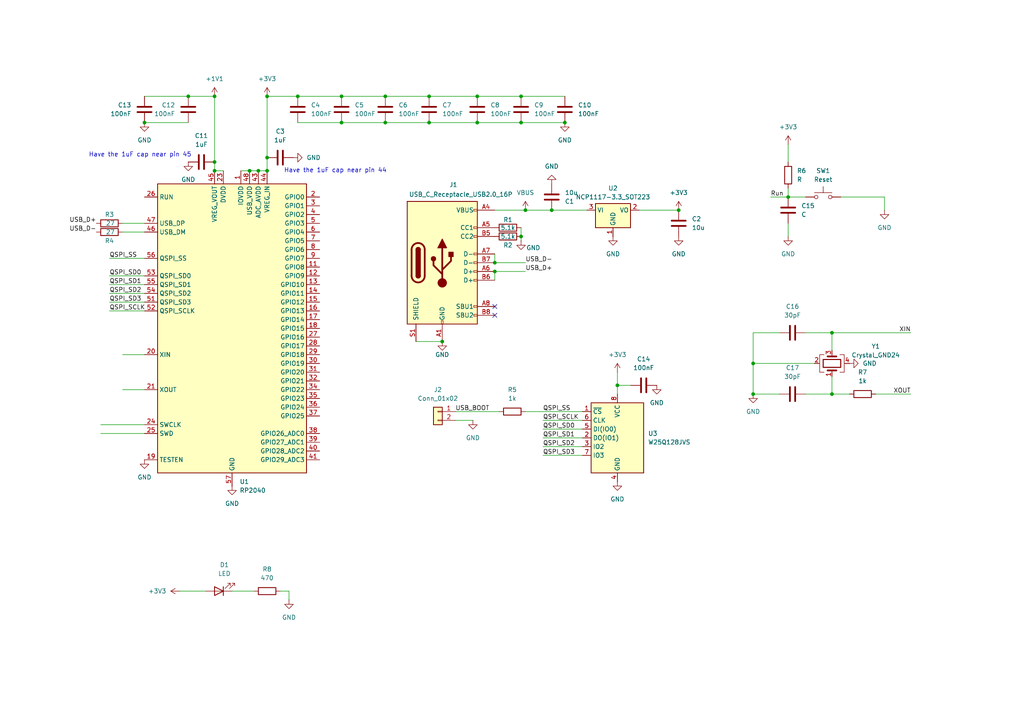
<source format=kicad_sch>
(kicad_sch (version 20231120) (generator "eeschema") (generator_version "8.0")
  (paper "A4")
  (lib_symbols
    (symbol "Connector:USB_C_Receptacle_USB2.0_16P" (pin_names (offset 1.016))
      (property "Reference" "J" (at 0 22.225 0))
      (property "Value" "USB_C_Receptacle_USB2.0_16P" (at 0 19.685 0))
      (symbol "USB_C_Receptacle_USB2.0_16P_0_0"
        (rectangle (start -0.254 -17.78) (end 0.254 -16.764))
        (rectangle (start 10.16 -14.986) (end 9.144 -15.494))
        (rectangle (start 10.16 -12.446) (end 9.144 -12.954))
        (rectangle (start 10.16 -4.826) (end 9.144 -5.334))
        (rectangle (start 10.16 -2.286) (end 9.144 -2.794))
        (rectangle (start 10.16 0.254) (end 9.144 -0.254))
        (rectangle (start 10.16 2.794) (end 9.144 2.286))
        (rectangle (start 10.16 7.874) (end 9.144 7.366))
        (rectangle (start 10.16 10.414) (end 9.144 9.906))
        (rectangle (start 10.16 15.494) (end 9.144 14.986))
      )
      (symbol "USB_C_Receptacle_USB2.0_16P_0_1"
        (rectangle (start -10.16 17.78) (end 10.16 -17.78) (stroke (width 0.254)) (fill (type background)))
        (arc (start -8.89 -3.81) (mid -6.985 -5.7067) (end -5.08 -3.81) (stroke (width 0.508)))
        (arc (start -7.62 -3.81) (mid -6.985 -4.4423) (end -6.35 -3.81) (stroke (width 0.254)))
        (arc (start -7.62 -3.81) (mid -6.985 -4.4423) (end -6.35 -3.81) (stroke (width 0.254)) (fill (type outline)))
        (rectangle (start -7.62 -3.81) (end -6.35 3.81) (stroke (width 0.254)) (fill (type outline)))
        (arc (start -6.35 3.81) (mid -6.985 4.4423) (end -7.62 3.81) (stroke (width 0.254)))
        (arc (start -6.35 3.81) (mid -6.985 4.4423) (end -7.62 3.81) (stroke (width 0.254)) (fill (type outline)))
        (arc (start -5.08 3.81) (mid -6.985 5.7067) (end -8.89 3.81) (stroke (width 0.508)))
        (circle (center -2.54 1.143) (radius 0.635) (stroke (width 0.254)) (fill (type outline)))
        (circle (center 0 -5.842) (radius 1.27) (fill (type outline)))
        (polyline (pts (xy -8.89 -3.81) (xy -8.89 3.81)) (stroke (width 0.508)))
        (polyline (pts (xy -5.08 3.81) (xy -5.08 -3.81)) (stroke (width 0.508)))
        (polyline (pts (xy 0 -5.842) (xy 0 4.318)) (stroke (width 0.508)))
        (polyline (pts (xy 0 -3.302) (xy -2.54 -0.762) (xy -2.54 0.508)) (stroke (width 0.508)))
        (polyline (pts (xy 0 -2.032) (xy 2.54 0.508) (xy 2.54 1.778)) (stroke (width 0.508)))
        (polyline (pts (xy -1.27 4.318) (xy 0 6.858) (xy 1.27 4.318) (xy -1.27 4.318)) (stroke (width 0.254)) (fill (type outline)))
        (rectangle (start 1.905 1.778) (end 3.175 3.048) (stroke (width 0.254)) (fill (type outline)))
      )
      (symbol "USB_C_Receptacle_USB2.0_16P_1_1"
        (pin passive line (at 0 -22.86 90) (length 5.08) (name "GND") (number "A1"))
        (pin passive line (at 0 -22.86 90) (length 5.08) hide (name "GND") (number "A12"))
        (pin passive line (at 15.24 15.24 180) (length 5.08) (name "VBUS") (number "A4"))
        (pin bidirectional line (at 15.24 10.16 180) (length 5.08) (name "CC1") (number "A5"))
        (pin bidirectional line (at 15.24 -2.54 180) (length 5.08) (name "D+") (number "A6"))
        (pin bidirectional line (at 15.24 2.54 180) (length 5.08) (name "D-") (number "A7"))
        (pin bidirectional line (at 15.24 -12.7 180) (length 5.08) (name "SBU1") (number "A8"))
        (pin passive line (at 15.24 15.24 180) (length 5.08) hide (name "VBUS") (number "A9"))
        (pin passive line (at 0 -22.86 90) (length 5.08) hide (name "GND") (number "B1"))
        (pin passive line (at 0 -22.86 90) (length 5.08) hide (name "GND") (number "B12"))
        (pin passive line (at 15.24 15.24 180) (length 5.08) hide (name "VBUS") (number "B4"))
        (pin bidirectional line (at 15.24 7.62 180) (length 5.08) (name "CC2") (number "B5"))
        (pin bidirectional line (at 15.24 -5.08 180) (length 5.08) (name "D+") (number "B6"))
        (pin bidirectional line (at 15.24 0 180) (length 5.08) (name "D-") (number "B7"))
        (pin bidirectional line (at 15.24 -15.24 180) (length 5.08) (name "SBU2") (number "B8"))
        (pin passive line (at 15.24 15.24 180) (length 5.08) hide (name "VBUS") (number "B9"))
        (pin passive line (at -7.62 -22.86 90) (length 5.08) (name "SHIELD") (number "S1"))
      )
    )
    (symbol "Connector_Generic:Conn_01x02" (pin_names (offset 1.016) hide)
      (property "Reference" "J" (at 0 2.54 0))
      (property "Value" "Conn_01x02" (at 0 -5.08 0))
      (symbol "Conn_01x02_1_1"
        (rectangle (start -1.27 -2.413) (end 0 -2.667) (stroke (width 0.1524)))
        (rectangle (start -1.27 0.127) (end 0 -0.127) (stroke (width 0.1524)))
        (rectangle (start -1.27 1.27) (end 1.27 -3.81) (stroke (width 0.254)) (fill (type background)))
        (pin passive line (at -5.08 0 0) (length 3.81) (name "Pin_1") (number "1"))
        (pin passive line (at -5.08 -2.54 0) (length 3.81) (name "Pin_2") (number "2"))
      )
    )
    (symbol "Device:C" (pin_numbers hide) (pin_names (offset 0.254))
      (property "Reference" "C" (at 0.635 2.54 0))
      (property "Value" "C" (at 0.635 -2.54 0))
      (symbol "C_0_1"
        (polyline (pts (xy -2.032 -0.762) (xy 2.032 -0.762)) (stroke (width 0.508)))
        (polyline (pts (xy -2.032 0.762) (xy 2.032 0.762)) (stroke (width 0.508)))
      )
      (symbol "C_1_1"
        (pin passive line (at 0 3.81 270) (length 2.794) (name "~") (number "1"))
        (pin passive line (at 0 -3.81 90) (length 2.794) (name "~") (number "2"))
      )
    )
    (symbol "Device:Crystal_GND24" (pin_names (offset 1.016) hide)
      (property "Reference" "Y" (at 3.175 5.08 0))
      (property "Value" "Crystal_GND24" (at 3.175 3.175 0))
      (symbol "Crystal_GND24_0_1"
        (rectangle (start -1.143 2.54) (end 1.143 -2.54) (stroke (width 0.3048)))
        (polyline (pts (xy -2.54 0) (xy -2.032 0)))
        (polyline (pts (xy -2.032 -1.27) (xy -2.032 1.27)) (stroke (width 0.508)))
        (polyline (pts (xy 0 -3.81) (xy 0 -3.556)))
        (polyline (pts (xy 0 3.556) (xy 0 3.81)))
        (polyline (pts (xy 2.032 -1.27) (xy 2.032 1.27)) (stroke (width 0.508)))
        (polyline (pts (xy 2.032 0) (xy 2.54 0)))
        (polyline (pts (xy -2.54 -2.286) (xy -2.54 -3.556) (xy 2.54 -3.556) (xy 2.54 -2.286)))
        (polyline (pts (xy -2.54 2.286) (xy -2.54 3.556) (xy 2.54 3.556) (xy 2.54 2.286)))
      )
      (symbol "Crystal_GND24_1_1"
        (pin passive line (at -3.81 0 0) (length 1.27) (name "1") (number "1"))
        (pin passive line (at 0 5.08 270) (length 1.27) (name "2") (number "2"))
        (pin passive line (at 3.81 0 180) (length 1.27) (name "3") (number "3"))
        (pin passive line (at 0 -5.08 90) (length 1.27) (name "4") (number "4"))
      )
    )
    (symbol "Device:LED" (pin_numbers hide) (pin_names (offset 1.016) hide)
      (property "Reference" "D" (at 0 2.54 0))
      (property "Value" "LED" (at 0 -2.54 0))
      (symbol "LED_0_1"
        (polyline (pts (xy -1.27 -1.27) (xy -1.27 1.27)) (stroke (width 0.254)))
        (polyline (pts (xy -1.27 0) (xy 1.27 0)))
        (polyline (pts (xy 1.27 -1.27) (xy 1.27 1.27) (xy -1.27 0) (xy 1.27 -1.27)) (stroke (width 0.254)))
        (polyline (pts (xy -3.048 -0.762) (xy -4.572 -2.286) (xy -3.81 -2.286) (xy -4.572 -2.286) (xy -4.572 -1.524)))
        (polyline (pts (xy -1.778 -0.762) (xy -3.302 -2.286) (xy -2.54 -2.286) (xy -3.302 -2.286) (xy -3.302 -1.524)))
      )
      (symbol "LED_1_1"
        (pin passive line (at -3.81 0 0) (length 2.54) (name "K") (number "1"))
        (pin passive line (at 3.81 0 180) (length 2.54) (name "A") (number "2"))
      )
    )
    (symbol "Device:R" (pin_numbers hide) (pin_names (offset 0))
      (property "Reference" "R" (at 2.032 0 90))
      (property "Value" "R" (at 0 0 90))
      (symbol "R_0_1"
        (rectangle (start -1.016 -2.54) (end 1.016 2.54) (stroke (width 0.254)))
      )
      (symbol "R_1_1"
        (pin passive line (at 0 3.81 270) (length 1.27) (name "~") (number "1"))
        (pin passive line (at 0 -3.81 90) (length 1.27) (name "~") (number "2"))
      )
    )
    (symbol "MCU_RaspberryPi:RP2040"
      (property "Reference" "U" (at 17.78 45.72 0))
      (property "Value" "RP2040" (at 17.78 43.18 0))
      (symbol "RP2040_0_1"
        (rectangle (start -21.59 41.91) (end 21.59 -41.91) (stroke (width 0.254)) (fill (type background)))
      )
      (symbol "RP2040_1_1"
        (pin power_in line (at 2.54 45.72 270) (length 3.81) (name "IOVDD") (number "1"))
        (pin passive line (at 2.54 45.72 270) (length 3.81) hide (name "IOVDD") (number "10"))
        (pin bidirectional line (at 25.4 17.78 180) (length 3.81) (name "GPIO8") (number "11"))
        (pin bidirectional line (at 25.4 15.24 180) (length 3.81) (name "GPIO9") (number "12"))
        (pin bidirectional line (at 25.4 12.7 180) (length 3.81) (name "GPIO10") (number "13"))
        (pin bidirectional line (at 25.4 10.16 180) (length 3.81) (name "GPIO11") (number "14"))
        (pin bidirectional line (at 25.4 7.62 180) (length 3.81) (name "GPIO12") (number "15"))
        (pin bidirectional line (at 25.4 5.08 180) (length 3.81) (name "GPIO13") (number "16"))
        (pin bidirectional line (at 25.4 2.54 180) (length 3.81) (name "GPIO14") (number "17"))
        (pin bidirectional line (at 25.4 0 180) (length 3.81) (name "GPIO15") (number "18"))
        (pin input line (at -25.4 -38.1 0) (length 3.81) (name "TESTEN") (number "19"))
        (pin bidirectional line (at 25.4 38.1 180) (length 3.81) (name "GPIO0") (number "2"))
        (pin input line (at -25.4 -7.62 0) (length 3.81) (name "XIN") (number "20"))
        (pin passive line (at -25.4 -17.78 0) (length 3.81) (name "XOUT") (number "21"))
        (pin passive line (at 2.54 45.72 270) (length 3.81) hide (name "IOVDD") (number "22"))
        (pin power_in line (at -2.54 45.72 270) (length 3.81) (name "DVDD") (number "23"))
        (pin input line (at -25.4 -27.94 0) (length 3.81) (name "SWCLK") (number "24"))
        (pin bidirectional line (at -25.4 -30.48 0) (length 3.81) (name "SWD") (number "25"))
        (pin input line (at -25.4 38.1 0) (length 3.81) (name "RUN") (number "26"))
        (pin bidirectional line (at 25.4 -2.54 180) (length 3.81) (name "GPIO16") (number "27"))
        (pin bidirectional line (at 25.4 -5.08 180) (length 3.81) (name "GPIO17") (number "28"))
        (pin bidirectional line (at 25.4 -7.62 180) (length 3.81) (name "GPIO18") (number "29"))
        (pin bidirectional line (at 25.4 35.56 180) (length 3.81) (name "GPIO1") (number "3"))
        (pin bidirectional line (at 25.4 -10.16 180) (length 3.81) (name "GPIO19") (number "30"))
        (pin bidirectional line (at 25.4 -12.7 180) (length 3.81) (name "GPIO20") (number "31"))
        (pin bidirectional line (at 25.4 -15.24 180) (length 3.81) (name "GPIO21") (number "32"))
        (pin passive line (at 2.54 45.72 270) (length 3.81) hide (name "IOVDD") (number "33"))
        (pin bidirectional line (at 25.4 -17.78 180) (length 3.81) (name "GPIO22") (number "34"))
        (pin bidirectional line (at 25.4 -20.32 180) (length 3.81) (name "GPIO23") (number "35"))
        (pin bidirectional line (at 25.4 -22.86 180) (length 3.81) (name "GPIO24") (number "36"))
        (pin bidirectional line (at 25.4 -25.4 180) (length 3.81) (name "GPIO25") (number "37"))
        (pin bidirectional line (at 25.4 -30.48 180) (length 3.81) (name "GPIO26_ADC0") (number "38"))
        (pin bidirectional line (at 25.4 -33.02 180) (length 3.81) (name "GPIO27_ADC1") (number "39"))
        (pin bidirectional line (at 25.4 33.02 180) (length 3.81) (name "GPIO2") (number "4"))
        (pin bidirectional line (at 25.4 -35.56 180) (length 3.81) (name "GPIO28_ADC2") (number "40"))
        (pin bidirectional line (at 25.4 -38.1 180) (length 3.81) (name "GPIO29_ADC3") (number "41"))
        (pin passive line (at 2.54 45.72 270) (length 3.81) hide (name "IOVDD") (number "42"))
        (pin power_in line (at 7.62 45.72 270) (length 3.81) (name "ADC_AVDD") (number "43"))
        (pin power_in line (at 10.16 45.72 270) (length 3.81) (name "VREG_IN") (number "44"))
        (pin power_out line (at -5.08 45.72 270) (length 3.81) (name "VREG_VOUT") (number "45"))
        (pin bidirectional line (at -25.4 27.94 0) (length 3.81) (name "USB_DM") (number "46"))
        (pin bidirectional line (at -25.4 30.48 0) (length 3.81) (name "USB_DP") (number "47"))
        (pin power_in line (at 5.08 45.72 270) (length 3.81) (name "USB_VDD") (number "48"))
        (pin passive line (at 2.54 45.72 270) (length 3.81) hide (name "IOVDD") (number "49"))
        (pin bidirectional line (at 25.4 30.48 180) (length 3.81) (name "GPIO3") (number "5"))
        (pin passive line (at -2.54 45.72 270) (length 3.81) hide (name "DVDD") (number "50"))
        (pin bidirectional line (at -25.4 7.62 0) (length 3.81) (name "QSPI_SD3") (number "51"))
        (pin output line (at -25.4 5.08 0) (length 3.81) (name "QSPI_SCLK") (number "52"))
        (pin bidirectional line (at -25.4 15.24 0) (length 3.81) (name "QSPI_SD0") (number "53"))
        (pin bidirectional line (at -25.4 10.16 0) (length 3.81) (name "QSPI_SD2") (number "54"))
        (pin bidirectional line (at -25.4 12.7 0) (length 3.81) (name "QSPI_SD1") (number "55"))
        (pin bidirectional line (at -25.4 20.32 0) (length 3.81) (name "QSPI_SS") (number "56"))
        (pin power_in line (at 0 -45.72 90) (length 3.81) (name "GND") (number "57"))
        (pin bidirectional line (at 25.4 27.94 180) (length 3.81) (name "GPIO4") (number "6"))
        (pin bidirectional line (at 25.4 25.4 180) (length 3.81) (name "GPIO5") (number "7"))
        (pin bidirectional line (at 25.4 22.86 180) (length 3.81) (name "GPIO6") (number "8"))
        (pin bidirectional line (at 25.4 20.32 180) (length 3.81) (name "GPIO7") (number "9"))
      )
    )
    (symbol "Memory_Flash:W25Q128JVS"
      (property "Reference" "U" (at -6.35 11.43 0))
      (property "Value" "W25Q128JVS" (at 7.62 11.43 0))
      (symbol "W25Q128JVS_0_1"
        (rectangle (start -7.62 10.16) (end 7.62 -10.16) (stroke (width 0.254)) (fill (type background)))
      )
      (symbol "W25Q128JVS_1_1"
        (pin input line (at -10.16 7.62 0) (length 2.54) (name "~{CS}") (number "1"))
        (pin bidirectional line (at -10.16 0 0) (length 2.54) (name "DO(IO1)") (number "2"))
        (pin bidirectional line (at -10.16 -2.54 0) (length 2.54) (name "IO2") (number "3"))
        (pin power_in line (at 0 -12.7 90) (length 2.54) (name "GND") (number "4"))
        (pin bidirectional line (at -10.16 2.54 0) (length 2.54) (name "DI(IO0)") (number "5"))
        (pin input line (at -10.16 5.08 0) (length 2.54) (name "CLK") (number "6"))
        (pin bidirectional line (at -10.16 -5.08 0) (length 2.54) (name "IO3") (number "7"))
        (pin power_in line (at 0 12.7 270) (length 2.54) (name "VCC") (number "8"))
      )
    )
    (symbol "Regulator_Linear:NCP1117-3.3_SOT223"
      (property "Reference" "U" (at -3.81 3.175 0))
      (property "Value" "NCP1117-3.3_SOT223" (at 0 3.175 0))
      (symbol "NCP1117-3.3_SOT223_0_1"
        (rectangle (start -5.08 -5.08) (end 5.08 1.905) (stroke (width 0.254)) (fill (type background)))
      )
      (symbol "NCP1117-3.3_SOT223_1_1"
        (pin power_in line (at 0 -7.62 90) (length 2.54) (name "GND") (number "1"))
        (pin power_out line (at 7.62 0 180) (length 2.54) (name "VO") (number "2"))
        (pin power_in line (at -7.62 0 0) (length 2.54) (name "VI") (number "3"))
      )
    )
    (symbol "Switch:SW_Push" (pin_numbers hide) (pin_names (offset 1.016) hide)
      (property "Reference" "SW" (at 1.27 2.54 0))
      (property "Value" "SW_Push" (at 0 -1.524 0))
      (symbol "SW_Push_0_1"
        (circle (center -2.032 0) (radius 0.508))
        (polyline (pts (xy 0 1.27) (xy 0 3.048)))
        (polyline (pts (xy 2.54 1.27) (xy -2.54 1.27)))
        (circle (center 2.032 0) (radius 0.508))
        (pin passive line (at -5.08 0 0) (length 2.54) (name "1") (number "1"))
        (pin passive line (at 5.08 0 180) (length 2.54) (name "2") (number "2"))
      )
    )
    (symbol "power:+1V1" (power) (pin_numbers hide) (pin_names (offset 0) hide)
      (property "Value" "+1V1" (at 0 3.556 0))
      (symbol "+1V1_0_1"
        (polyline (pts (xy -0.762 1.27) (xy 0 2.54)))
        (polyline (pts (xy 0 0) (xy 0 2.54)))
        (polyline (pts (xy 0 2.54) (xy 0.762 1.27)))
      )
      (symbol "+1V1_1_1"
        (pin power_in line (at 0 0 90) (length 0) (name "~") (number "1"))
      )
    )
    (symbol "power:+3V3" (power) (pin_numbers hide) (pin_names (offset 0) hide)
      (property "Value" "+3V3" (at 0 3.556 0))
      (symbol "+3V3_0_1"
        (polyline (pts (xy -0.762 1.27) (xy 0 2.54)))
        (polyline (pts (xy 0 0) (xy 0 2.54)))
        (polyline (pts (xy 0 2.54) (xy 0.762 1.27)))
      )
      (symbol "+3V3_1_1"
        (pin power_in line (at 0 0 90) (length 0) (name "~") (number "1"))
      )
    )
    (symbol "power:GND" (power) (pin_numbers hide) (pin_names (offset 0) hide)
      (property "Value" "GND" (at 0 -3.81 0))
      (symbol "GND_0_1"
        (polyline (pts (xy 0 0) (xy 0 -1.27) (xy 1.27 -1.27) (xy 0 -2.54) (xy -1.27 -1.27) (xy 0 -1.27)))
      )
      (symbol "GND_1_1"
        (pin power_in line (at 0 0 270) (length 0) (name "~") (number "1"))
      )
    )
    (symbol "power:VBUS" (power) (pin_numbers hide) (pin_names (offset 0) hide)
      (property "Value" "VBUS" (at 0 3.556 0))
      (symbol "VBUS_0_1"
        (polyline (pts (xy -0.762 1.27) (xy 0 2.54)))
        (polyline (pts (xy 0 0) (xy 0 2.54)))
        (polyline (pts (xy 0 2.54) (xy 0.762 1.27)))
      )
      (symbol "VBUS_1_1"
        (pin power_in line (at 0 0 90) (length 0) (name "~") (number "1"))
      )
    )
  )
  (junction (at 74.93 49.53))
  (junction (at 124.46 35.56))
  (junction (at 111.76 35.56))
  (junction (at 54.61 27.94))
  (junction (at 218.44 105.41))
  (junction (at 179.07 111.76))
  (junction (at 196.85 60.96))
  (junction (at 138.43 35.56))
  (junction (at 228.6 57.15))
  (junction (at 152.4 60.96))
  (junction (at 241.3 114.3))
  (junction (at 143.51 78.74))
  (junction (at 151.13 27.94))
  (junction (at 41.91 35.56))
  (junction (at 111.76 27.94))
  (junction (at 138.43 27.94))
  (junction (at 163.83 35.56))
  (junction (at 77.47 27.94))
  (junction (at 77.47 49.53))
  (junction (at 143.51 76.2))
  (junction (at 151.13 35.56))
  (junction (at 160.02 60.96))
  (junction (at 62.23 49.53))
  (junction (at 62.23 27.94))
  (junction (at 62.23 46.99))
  (junction (at 86.36 27.94))
  (junction (at 72.39 49.53))
  (junction (at 124.46 27.94))
  (junction (at 99.06 27.94))
  (junction (at 128.27 99.06))
  (junction (at 241.3 96.52))
  (junction (at 151.13 68.58))
  (junction (at 99.06 35.56))
  (junction (at 77.47 45.72))
  (junction (at 218.44 114.3))
  (no_connect (at 143.51 88.9))
  (no_connect (at 143.51 91.44))
  (wire (pts (xy 86.36 27.94) (xy 99.06 27.94)))
  (wire (pts (xy 157.48 132.08) (xy 168.91 132.08)))
  (wire (pts (xy 62.23 46.99) (xy 62.23 49.53)))
  (wire (pts (xy 31.75 87.63) (xy 41.91 87.63)))
  (wire (pts (xy 218.44 114.3) (xy 218.44 105.41)))
  (wire (pts (xy 54.61 27.94) (xy 62.23 27.94)))
  (wire (pts (xy 160.02 60.96) (xy 170.18 60.96)))
  (wire (pts (xy 77.47 27.94) (xy 86.36 27.94)))
  (wire (pts (xy 179.07 111.76) (xy 182.88 111.76)))
  (wire (pts (xy 179.07 107.95) (xy 179.07 111.76)))
  (wire (pts (xy 74.93 49.53) (xy 77.47 49.53)))
  (wire (pts (xy 143.51 78.74) (xy 152.4 78.74)))
  (wire (pts (xy 241.3 101.6) (xy 241.3 96.52)))
  (wire (pts (xy 54.61 27.94) (xy 41.91 27.94)))
  (wire (pts (xy 138.43 27.94) (xy 151.13 27.94)))
  (wire (pts (xy 29.21 123.19) (xy 41.91 123.19)))
  (wire (pts (xy 120.65 99.06) (xy 128.27 99.06)))
  (wire (pts (xy 179.07 111.76) (xy 179.07 114.3)))
  (wire (pts (xy 35.56 67.31) (xy 41.91 67.31)))
  (wire (pts (xy 241.3 114.3) (xy 246.38 114.3)))
  (wire (pts (xy 157.48 127) (xy 168.91 127)))
  (wire (pts (xy 35.56 113.03) (xy 41.91 113.03)))
  (wire (pts (xy 151.13 27.94) (xy 163.83 27.94)))
  (wire (pts (xy 99.06 27.94) (xy 111.76 27.94)))
  (wire (pts (xy 52.07 171.45) (xy 59.69 171.45)))
  (wire (pts (xy 152.4 119.38) (xy 168.91 119.38)))
  (wire (pts (xy 62.23 27.94) (xy 62.23 46.99)))
  (wire (pts (xy 157.48 121.92) (xy 168.91 121.92)))
  (wire (pts (xy 31.75 82.55) (xy 41.91 82.55)))
  (wire (pts (xy 256.54 57.15) (xy 256.54 60.96)))
  (wire (pts (xy 143.51 60.96) (xy 152.4 60.96)))
  (wire (pts (xy 228.6 64.77) (xy 228.6 68.58)))
  (wire (pts (xy 62.23 49.53) (xy 64.77 49.53)))
  (wire (pts (xy 254 114.3) (xy 264.16 114.3)))
  (wire (pts (xy 31.75 74.93) (xy 41.91 74.93)))
  (wire (pts (xy 132.08 121.92) (xy 137.16 121.92)))
  (wire (pts (xy 31.75 80.01) (xy 41.91 80.01)))
  (wire (pts (xy 124.46 35.56) (xy 138.43 35.56)))
  (wire (pts (xy 233.68 114.3) (xy 241.3 114.3)))
  (wire (pts (xy 226.06 114.3) (xy 218.44 114.3)))
  (wire (pts (xy 35.56 102.87) (xy 41.91 102.87)))
  (wire (pts (xy 157.48 129.54) (xy 168.91 129.54)))
  (wire (pts (xy 241.3 96.52) (xy 264.16 96.52)))
  (wire (pts (xy 111.76 27.94) (xy 124.46 27.94)))
  (wire (pts (xy 152.4 76.2) (xy 143.51 76.2)))
  (wire (pts (xy 223.52 57.15) (xy 228.6 57.15)))
  (wire (pts (xy 143.51 78.74) (xy 143.51 81.28)))
  (wire (pts (xy 152.4 60.96) (xy 160.02 60.96)))
  (wire (pts (xy 69.85 49.53) (xy 72.39 49.53)))
  (wire (pts (xy 218.44 105.41) (xy 218.44 96.52)))
  (wire (pts (xy 218.44 105.41) (xy 236.22 105.41)))
  (wire (pts (xy 138.43 35.56) (xy 151.13 35.56)))
  (wire (pts (xy 185.42 60.96) (xy 196.85 60.96)))
  (wire (pts (xy 143.51 73.66) (xy 143.51 76.2)))
  (wire (pts (xy 132.08 119.38) (xy 144.78 119.38)))
  (wire (pts (xy 157.48 124.46) (xy 168.91 124.46)))
  (wire (pts (xy 77.47 45.72) (xy 77.47 49.53)))
  (wire (pts (xy 151.13 69.85) (xy 151.13 68.58)))
  (wire (pts (xy 99.06 35.56) (xy 111.76 35.56)))
  (wire (pts (xy 86.36 35.56) (xy 99.06 35.56)))
  (wire (pts (xy 233.68 96.52) (xy 241.3 96.52)))
  (wire (pts (xy 31.75 90.17) (xy 41.91 90.17)))
  (wire (pts (xy 29.21 125.73) (xy 41.91 125.73)))
  (wire (pts (xy 67.31 171.45) (xy 73.66 171.45)))
  (wire (pts (xy 218.44 96.52) (xy 226.06 96.52)))
  (wire (pts (xy 228.6 54.61) (xy 228.6 57.15)))
  (wire (pts (xy 83.82 171.45) (xy 83.82 173.99)))
  (wire (pts (xy 243.84 57.15) (xy 256.54 57.15)))
  (wire (pts (xy 228.6 57.15) (xy 233.68 57.15)))
  (wire (pts (xy 81.28 171.45) (xy 83.82 171.45)))
  (wire (pts (xy 72.39 49.53) (xy 74.93 49.53)))
  (wire (pts (xy 77.47 27.94) (xy 77.47 45.72)))
  (wire (pts (xy 111.76 35.56) (xy 124.46 35.56)))
  (wire (pts (xy 124.46 27.94) (xy 138.43 27.94)))
  (wire (pts (xy 35.56 64.77) (xy 41.91 64.77)))
  (wire (pts (xy 31.75 85.09) (xy 41.91 85.09)))
  (wire (pts (xy 151.13 66.04) (xy 151.13 68.58)))
  (wire (pts (xy 228.6 41.91) (xy 228.6 46.99)))
  (wire (pts (xy 54.61 35.56) (xy 41.91 35.56)))
  (wire (pts (xy 241.3 109.22) (xy 241.3 114.3)))
  (wire (pts (xy 151.13 35.56) (xy 163.83 35.56)))
  (text "Have the 1uF cap near pin 45" (at 40.64 44.958 0) (effects (font (size 1.27 1.27))))
  (text "Have the 1uF cap near pin 44" (at 97.282 49.53 0) (effects (font (size 1.27 1.27))))
  (label "QSPI_SS" (at 31.75 74.93 0))
  (label "USB_D-" (at 27.94 67.31 180))
  (label "QSPI_SD3" (at 157.48 132.08 0))
  (label "QSPI_SCLK" (at 31.75 90.17 0))
  (label "QSPI_SD2" (at 31.75 85.09 0))
  (label "USB_D+" (at 27.94 64.77 180))
  (label "QSPI_SD1" (at 31.75 82.55 0))
  (label "QSPI_SD3" (at 31.75 87.63 0))
  (label "QSPI_SD2" (at 157.48 129.54 0))
  (label "USB_D+" (at 152.4 78.74 0))
  (label "USB_D-" (at 152.4 76.2 0))
  (label "Run" (at 223.52 57.15 0))
  (label "QSPI_SS" (at 157.48 119.38 0))
  (label "QSPI_SCLK" (at 157.48 121.92 0))
  (label "QSPI_SD0" (at 31.75 80.01 0))
  (label "QSPI_SD1" (at 157.48 127 0))
  (label "XOUT" (at 264.16 114.3 180))
  (label "USB_BOOT" (at 132.08 119.38 0))
  (label "XIN" (at 264.16 96.52 180))
  (label "QSPI_SD0" (at 157.48 124.46 0))
  (symbol (lib_id "Device:C") (at 229.87 96.52 90) (unit 1)
    (property "Reference" "C16" (at 229.87 88.9 90))
    (property "Value" "30pF" (at 229.87 91.44 90))
    (property "Description" "Unpolarized capacitor" (effects (hide yes)))
  )
  (symbol (lib_id "Device:C") (at 54.61 31.75 0) (mirror y) (unit 1)
    (property "Reference" "C12" (at 50.8 30.4799 0) (effects (justify left)))
    (property "Value" "100nF" (at 50.8 33.0199 0) (effects (justify left)))
    (property "Description" "Unpolarized capacitor" (effects (hide yes)))
  )
  (symbol (lib_id "power:GND") (at 218.44 114.3 0) (unit 1)
    (property "Reference" "#PWR024" (effects (hide yes)))
    (property "Value" "GND" (at 218.44 119.38 0))
    (property "Description" "Power symbol creates a global label with name \"GND\" , ground" (effects (hide yes)))
  )
  (symbol (lib_id "Device:R") (at 148.59 119.38 90) (unit 1)
    (property "Reference" "R5" (at 148.59 113.03 90))
    (property "Value" "1k" (at 148.59 115.57 90))
    (property "Description" "Resistor" (effects (hide yes)))
  )
  (symbol (lib_id "power:+1V1") (at 62.23 27.94 0) (unit 1)
    (property "Reference" "#PWR014" (effects (hide yes)))
    (property "Value" "+1V1" (at 62.23 22.86 0))
    (property "Description" "Power symbol creates a global label with name \"+1V1\"" (effects (hide yes)))
  )
  (symbol (lib_id "Device:C") (at 81.28 45.72 90) (unit 1)
    (property "Reference" "C3" (at 81.28 38.1 90))
    (property "Value" "1uF" (at 81.28 40.64 90))
    (property "Description" "Unpolarized capacitor" (effects (hide yes)))
  )
  (symbol (lib_id "Device:R") (at 147.32 68.58 90) (unit 1)
    (property "Reference" "R2" (at 147.32 71.12 90))
    (property "Value" "5.1k" (at 147.32 68.58 90))
    (property "Description" "Resistor" (effects (hide yes)))
  )
  (symbol (lib_id "power:GND") (at 246.38 105.41 90) (unit 1)
    (property "Reference" "#PWR023" (effects (hide yes)))
    (property "Value" "GND" (at 250.19 105.4099 90) (effects (justify right)))
    (property "Description" "Power symbol creates a global label with name \"GND\" , ground" (effects (hide yes)))
  )
  (symbol (lib_id "Device:LED") (at 63.5 171.45 180) (unit 1)
    (property "Reference" "D1" (at 65.0875 163.83 0))
    (property "Value" "LED" (at 65.0875 166.37 0))
    (property "Description" "Light emitting diode" (effects (hide yes)))
  )
  (symbol (lib_id "power:GND") (at 196.85 68.58 0) (unit 1)
    (property "Reference" "#PWR05" (effects (hide yes)))
    (property "Value" "GND" (at 196.85 73.66 0))
    (property "Description" "Power symbol creates a global label with name \"GND\" , ground" (effects (hide yes)))
  )
  (symbol (lib_id "power:GND") (at 41.91 35.56 0) (mirror y) (unit 1)
    (property "Reference" "#PWR013" (effects (hide yes)))
    (property "Value" "GND" (at 41.91 40.64 0))
    (property "Description" "Power symbol creates a global label with name \"GND\" , ground" (effects (hide yes)))
  )
  (symbol (lib_id "power:GND") (at 85.09 45.72 90) (unit 1)
    (property "Reference" "#PWR010" (effects (hide yes)))
    (property "Value" "GND" (at 88.9 45.7199 90) (effects (justify right)))
    (property "Description" "Power symbol creates a global label with name \"GND\" , ground" (effects (hide yes)))
  )
  (symbol (lib_id "power:GND") (at 151.13 69.85 0) (unit 1)
    (property "Reference" "#PWR07" (effects (hide yes)))
    (property "Value" "GND" (at 154.686 71.882 0))
    (property "Description" "Power symbol creates a global label with name \"GND\" , ground" (effects (hide yes)))
  )
  (symbol (lib_id "Device:C") (at 151.13 31.75 0) (unit 1)
    (property "Reference" "C9" (at 154.94 30.4799 0) (effects (justify left)))
    (property "Value" "100nF" (at 154.94 33.0199 0) (effects (justify left)))
    (property "Description" "Unpolarized capacitor" (effects (hide yes)))
  )
  (symbol (lib_id "Device:C") (at 58.42 46.99 90) (unit 1)
    (property "Reference" "C11" (at 58.42 39.37 90))
    (property "Value" "1uF" (at 58.42 41.91 90))
    (property "Description" "Unpolarized capacitor" (effects (hide yes)))
  )
  (symbol (lib_id "power:+3V3") (at 228.6 41.91 0) (unit 1)
    (property "Reference" "#PWR021" (effects (hide yes)))
    (property "Value" "+3V3" (at 228.6 36.83 0))
    (property "Description" "Power symbol creates a global label with name \"+3V3\"" (effects (hide yes)))
  )
  (symbol (lib_id "power:GND") (at 54.61 46.99 0) (unit 1)
    (property "Reference" "#PWR09" (effects (hide yes)))
    (property "Value" "GND" (at 54.61 52.07 0))
    (property "Description" "Power symbol creates a global label with name \"GND\" , ground" (effects (hide yes)))
  )
  (symbol (lib_id "power:+3V3") (at 179.07 107.95 0) (unit 1)
    (property "Reference" "#PWR017" (effects (hide yes)))
    (property "Value" "+3V3" (at 179.07 102.87 0))
    (property "Description" "Power symbol creates a global label with name \"+3V3\"" (effects (hide yes)))
  )
  (symbol (lib_id "power:GND") (at 83.82 173.99 0) (unit 1)
    (property "Reference" "#PWR025" (effects (hide yes)))
    (property "Value" "GND" (at 83.82 179.07 0))
    (property "Description" "Power symbol creates a global label with name \"GND\" , ground" (effects (hide yes)))
  )
  (symbol (lib_id "power:GND") (at 177.8 68.58 0) (unit 1)
    (property "Reference" "#PWR02" (effects (hide yes)))
    (property "Value" "GND" (at 177.8 73.66 0))
    (property "Description" "Power symbol creates a global label with name \"GND\" , ground" (effects (hide yes)))
  )
  (symbol (lib_id "power:GND") (at 256.54 60.96 0) (unit 1)
    (property "Reference" "#PWR020" (effects (hide yes)))
    (property "Value" "GND" (at 256.54 66.04 0))
    (property "Description" "Power symbol creates a global label with name \"GND\" , ground" (effects (hide yes)))
  )
  (symbol (lib_id "Device:C") (at 163.83 31.75 0) (unit 1)
    (property "Reference" "C10" (at 167.64 30.4799 0) (effects (justify left)))
    (property "Value" "100nF" (at 167.64 33.0199 0) (effects (justify left)))
    (property "Description" "Unpolarized capacitor" (effects (hide yes)))
  )
  (symbol (lib_id "Connector_Generic:Conn_01x02") (at 127 119.38 0) (mirror y) (unit 1)
    (property "Reference" "J2" (at 127 113.03 0))
    (property "Value" "Conn_01x02" (at 127 115.57 0))
    (property "Description" "Generic connector, single row, 01x02, script generated (kicad-library-utils/schlib/autogen/connector/)" (effects (hide yes)))
  )
  (symbol (lib_id "Device:C") (at 41.91 31.75 0) (mirror y) (unit 1)
    (property "Reference" "C13" (at 38.1 30.4799 0) (effects (justify left)))
    (property "Value" "100nF" (at 38.1 33.0199 0) (effects (justify left)))
    (property "Description" "Unpolarized capacitor" (effects (hide yes)))
  )
  (symbol (lib_id "power:GND") (at 228.6 68.58 0) (unit 1)
    (property "Reference" "#PWR022" (effects (hide yes)))
    (property "Value" "GND" (at 228.6 73.66 0))
    (property "Description" "Power symbol creates a global label with name \"GND\" , ground" (effects (hide yes)))
  )
  (symbol (lib_id "Device:R") (at 31.75 64.77 90) (unit 1)
    (property "Reference" "R3" (at 31.75 62.23 90))
    (property "Value" "27" (at 32.004 64.77 90))
    (property "Description" "Resistor" (effects (hide yes)))
  )
  (symbol (lib_id "power:GND") (at 190.5 111.76 0) (unit 1)
    (property "Reference" "#PWR018" (effects (hide yes)))
    (property "Value" "GND" (at 190.5 116.84 0))
    (property "Description" "Power symbol creates a global label with name \"GND\" , ground" (effects (hide yes)))
  )
  (symbol (lib_id "Device:R") (at 31.75 67.31 270) (unit 1)
    (property "Reference" "R4" (at 31.75 69.85 90))
    (property "Value" "27" (at 32.004 67.31 90))
    (property "Description" "Resistor" (effects (hide yes)))
  )
  (symbol (lib_id "power:GND") (at 137.16 121.92 0) (unit 1)
    (property "Reference" "#PWR019" (effects (hide yes)))
    (property "Value" "GND" (at 137.16 127 0))
    (property "Description" "Power symbol creates a global label with name \"GND\" , ground" (effects (hide yes)))
  )
  (symbol (lib_id "Device:C") (at 86.36 31.75 0) (unit 1)
    (property "Reference" "C4" (at 90.17 30.4799 0) (effects (justify left)))
    (property "Value" "100nF" (at 90.17 33.0199 0) (effects (justify left)))
    (property "Description" "Unpolarized capacitor" (effects (hide yes)))
  )
  (symbol (lib_id "Memory_Flash:W25Q128JVS") (at 179.07 127 0) (unit 1)
    (property "Reference" "U3" (at 187.96 125.7299 0) (effects (justify left)))
    (property "Value" "W25Q128JVS" (at 187.96 128.2699 0) (effects (justify left)))
    (property "Footprint" "Package_SO:SOIC-8_5.23x5.23mm_P1.27mm" (effects (hide yes)))
    (property "Datasheet" "https://www.winbond.com/resource-files/w25q128jv_dtr%20revc%2003272018%20plus.pdf" (effects (hide yes)))
    (property "Description" "128Mb Serial Flash Memory, Standard/Dual/Quad SPI, SOIC-8" (effects (hide yes)))
  )
  (symbol (lib_id "power:GND") (at 179.07 139.7 0) (unit 1)
    (property "Reference" "#PWR016" (effects (hide yes)))
    (property "Value" "GND" (at 179.07 144.78 0))
    (property "Description" "Power symbol creates a global label with name \"GND\" , ground" (effects (hide yes)))
  )
  (symbol (lib_id "power:+3V3") (at 52.07 171.45 90) (unit 1)
    (property "Reference" "#PWR026" (effects (hide yes)))
    (property "Value" "+3V3" (at 48.26 171.4499 90) (effects (justify left)))
    (property "Description" "Power symbol creates a global label with name \"+3V3\"" (effects (hide yes)))
  )
  (symbol (lib_id "power:GND") (at 163.83 35.56 0) (unit 1)
    (property "Reference" "#PWR011" (effects (hide yes)))
    (property "Value" "GND" (at 163.83 40.64 0))
    (property "Description" "Power symbol creates a global label with name \"GND\" , ground" (effects (hide yes)))
  )
  (symbol (lib_id "Device:C") (at 186.69 111.76 90) (unit 1)
    (property "Reference" "C14" (at 186.69 104.14 90))
    (property "Value" "100nF" (at 186.69 106.68 90))
    (property "Description" "Unpolarized capacitor" (effects (hide yes)))
  )
  (symbol (lib_id "Device:C") (at 124.46 31.75 0) (unit 1)
    (property "Reference" "C7" (at 128.27 30.4799 0) (effects (justify left)))
    (property "Value" "100nF" (at 128.27 33.0199 0) (effects (justify left)))
    (property "Description" "Unpolarized capacitor" (effects (hide yes)))
  )
  (symbol (lib_id "Regulator_Linear:NCP1117-3.3_SOT223") (at 177.8 60.96 0) (unit 1)
    (property "Reference" "U2" (at 177.8 54.61 0))
    (property "Value" "NCP1117-3.3_SOT223" (at 177.8 57.15 0))
    (property "Footprint" "Package_TO_SOT_SMD:SOT-223-3_TabPin2" (effects (hide yes)))
    (property "Datasheet" "http://www.onsemi.com/pub_link/Collateral/NCP1117-D.PDF" (effects (hide yes)))
    (property "Description" "1A Low drop-out regulator, Fixed Output 3.3V, SOT-223" (effects (hide yes)))
  )
  (symbol (lib_id "Device:C") (at 196.85 64.77 0) (unit 1)
    (property "Reference" "C2" (at 200.66 63.4999 0) (effects (justify left)))
    (property "Value" "10u" (at 200.66 66.0399 0) (effects (justify left)))
    (property "Description" "Unpolarized capacitor" (effects (hide yes)))
  )
  (symbol (lib_id "Device:C") (at 99.06 31.75 0) (unit 1)
    (property "Reference" "C5" (at 102.87 30.4799 0) (effects (justify left)))
    (property "Value" "100nF" (at 102.87 33.0199 0) (effects (justify left)))
    (property "Description" "Unpolarized capacitor" (effects (hide yes)))
  )
  (symbol (lib_id "power:GND") (at 160.02 53.34 0) (mirror x) (unit 1)
    (property "Reference" "#PWR04" (effects (hide yes)))
    (property "Value" "GND" (at 160.02 48.26 0))
    (property "Description" "Power symbol creates a global label with name \"GND\" , ground" (effects (hide yes)))
  )
  (symbol (lib_id "Device:R") (at 228.6 50.8 0) (unit 1)
    (property "Reference" "R6" (at 231.14 49.5299 0) (effects (justify left)))
    (property "Value" "R" (at 231.14 52.0699 0) (effects (justify left)))
    (property "Description" "Resistor" (effects (hide yes)))
  )
  (symbol (lib_id "power:VBUS") (at 152.4 60.96 0) (unit 1)
    (property "Reference" "#PWR03" (effects (hide yes)))
    (property "Value" "VBUS" (at 152.4 55.88 0))
    (property "Description" "Power symbol creates a global label with name \"VBUS\"" (effects (hide yes)))
  )
  (symbol (lib_id "power:GND") (at 41.91 133.35 0) (unit 1)
    (property "Reference" "#PWR015" (effects (hide yes)))
    (property "Value" "GND" (at 41.91 138.43 0))
    (property "Description" "Power symbol creates a global label with name \"GND\" , ground" (effects (hide yes)))
  )
  (symbol (lib_id "Switch:SW_Push") (at 238.76 57.15 0) (unit 1)
    (property "Reference" "SW1" (at 238.76 49.53 0))
    (property "Value" "Reset" (at 238.76 52.07 0))
    (property "Description" "Push button switch, generic, two pins" (effects (hide yes)))
  )
  (symbol (lib_id "Device:C") (at 228.6 60.96 0) (unit 1)
    (property "Reference" "C15" (at 232.41 59.6899 0) (effects (justify left)))
    (property "Value" "C" (at 232.41 62.2299 0) (effects (justify left)))
    (property "Description" "Unpolarized capacitor" (effects (hide yes)))
  )
  (symbol (lib_id "Device:C") (at 138.43 31.75 0) (unit 1)
    (property "Reference" "C8" (at 142.24 30.4799 0) (effects (justify left)))
    (property "Value" "100nF" (at 142.24 33.0199 0) (effects (justify left)))
    (property "Description" "Unpolarized capacitor" (effects (hide yes)))
  )
  (symbol (lib_id "Device:R") (at 250.19 114.3 90) (unit 1)
    (property "Reference" "R7" (at 250.19 107.95 90))
    (property "Value" "1k" (at 250.19 110.49 90))
    (property "Description" "Resistor" (effects (hide yes)))
  )
  (symbol (lib_id "Device:C") (at 111.76 31.75 0) (unit 1)
    (property "Reference" "C6" (at 115.57 30.4799 0) (effects (justify left)))
    (property "Value" "100nF" (at 115.57 33.0199 0) (effects (justify left)))
    (property "Description" "Unpolarized capacitor" (effects (hide yes)))
  )
  (symbol (lib_id "power:GND") (at 67.31 140.97 0) (unit 1)
    (property "Reference" "#PWR08" (effects (hide yes)))
    (property "Value" "GND" (at 67.31 146.05 0))
    (property "Description" "Power symbol creates a global label with name \"GND\" , ground" (effects (hide yes)))
  )
  (symbol (lib_id "Device:R") (at 77.47 171.45 90) (unit 1)
    (property "Reference" "R8" (at 77.47 165.1 90))
    (property "Value" "470" (at 77.47 167.64 90))
    (property "Description" "Resistor" (effects (hide yes)))
  )
  (symbol (lib_id "Device:R") (at 147.32 66.04 90) (unit 1)
    (property "Reference" "R1" (at 147.32 63.754 90))
    (property "Value" "5.1k" (at 147.32 66.04 90))
    (property "Description" "Resistor" (effects (hide yes)))
  )
  (symbol (lib_id "power:+3V3") (at 196.85 60.96 0) (unit 1)
    (property "Reference" "#PWR06" (effects (hide yes)))
    (property "Value" "+3V3" (at 196.85 55.88 0))
    (property "Description" "Power symbol creates a global label with name \"+3V3\"" (effects (hide yes)))
  )
  (symbol (lib_id "Connector:USB_C_Receptacle_USB2.0_16P") (at 128.27 76.2 0) (unit 1)
    (property "Reference" "J1" (at 130.302 53.594 0) (effects (justify left)))
    (property "Value" "USB_C_Receptacle_USB2.0_16P" (at 118.618 56.388 0) (effects (justify left)))
    (property "Datasheet" "https://www.usb.org/sites/default/files/documents/usb_type-c.zip" (effects (hide yes)))
    (property "Description" "USB 2.0-only 16P Type-C Receptacle connector" (effects (hide yes)))
  )
  (symbol (lib_id "Device:Crystal_GND24") (at 241.3 105.41 90) (unit 1)
    (property "Reference" "Y1" (at 254 100.4568 90))
    (property "Value" "Crystal_GND24" (at 254 102.9968 90))
    (property "Description" "Four pin crystal, GND on pins 2 and 4" (effects (hide yes)))
  )
  (symbol (lib_id "Device:C") (at 160.02 57.15 0) (mirror x) (unit 1)
    (property "Reference" "C1" (at 163.83 58.4201 0) (effects (justify left)))
    (property "Value" "10u" (at 163.83 55.8801 0) (effects (justify left)))
    (property "Description" "Unpolarized capacitor" (effects (hide yes)))
  )
  (symbol (lib_id "power:+3V3") (at 77.47 27.94 0) (unit 1)
    (property "Reference" "#PWR012" (effects (hide yes)))
    (property "Value" "+3V3" (at 77.47 22.86 0))
    (property "Description" "Power symbol creates a global label with name \"+3V3\"" (effects (hide yes)))
  )
  (symbol (lib_id "power:GND") (at 128.27 99.06 0) (unit 1)
    (property "Reference" "#PWR01" (effects (hide yes)))
    (property "Value" "GND" (at 130.302 102.87 0) (effects (justify right)))
    (property "Description" "Power symbol creates a global label with name \"GND\" , ground" (effects (hide yes)))
  )
  (symbol (lib_id "MCU_RaspberryPi:RP2040") (at 67.31 95.25 0) (unit 1)
    (property "Reference" "U1" (at 69.5041 139.7 0) (effects (justify left)))
    (property "Value" "RP2040" (at 69.5041 142.24 0) (effects (justify left)))
    (property "Footprint" "Package_DFN_QFN:QFN-56-1EP_7x7mm_P0.4mm_EP3.2x3.2mm" (effects (hide yes)))
    (property "Datasheet" "https://datasheets.raspberrypi.com/rp2040/rp2040-datasheet.pdf" (effects (hide yes)))
    (property "Description" "A microcontroller by Raspberry Pi" (effects (hide yes)))
  )
  (symbol (lib_id "Device:C") (at 229.87 114.3 90) (unit 1)
    (property "Reference" "C17" (at 229.87 106.68 90))
    (property "Value" "30pF" (at 229.87 109.22 90))
    (property "Description" "Unpolarized capacitor" (effects (hide yes)))
  )
)
</source>
